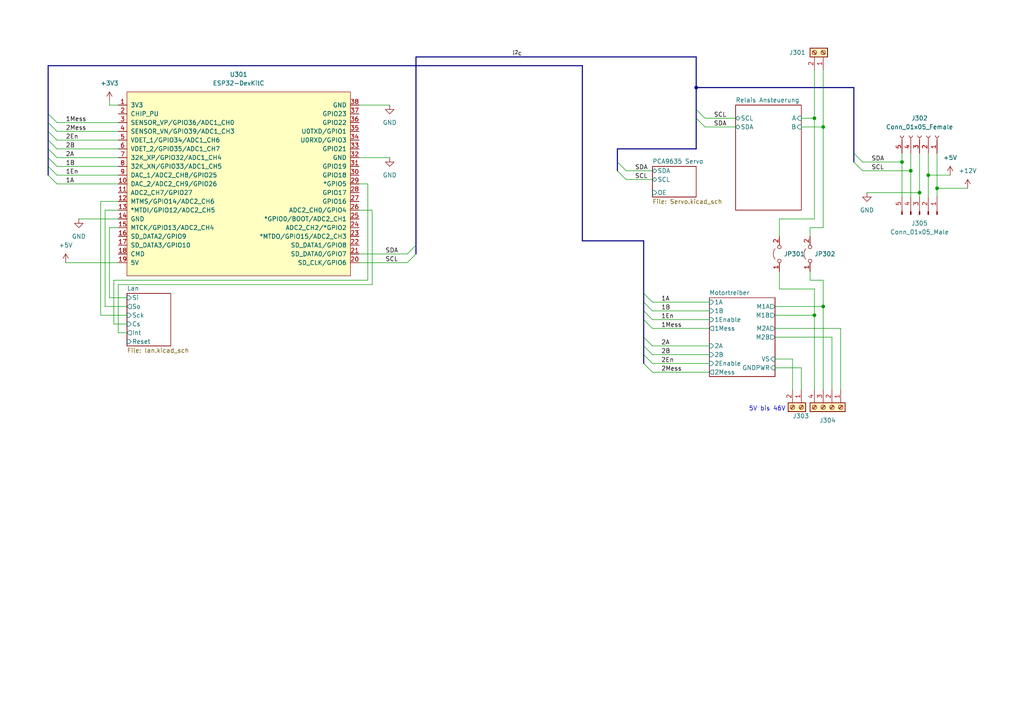
<source format=kicad_sch>
(kicad_sch (version 20211123) (generator eeschema)
  (paper "A4")
  (title_block (date "2022-03-14") (company "makerspace Bocholt"))
  (lib_symbols
    (symbol "Connector:Conn_01x05_Female" (pin_names (offset 1.016) hide)
      (property "Reference" "J" (at 0 7.62 0))
      (property "Value" "Conn_01x05_Female" (at 0 -7.62 0))
      (symbol "Conn_01x05_Female_1_1"
        (arc (start 0 -4.572) (mid -0.508 -5.08) (end 0 -5.588) (stroke (width 0.1524)))
        (arc (start 0 -2.032) (mid -0.508 -2.54) (end 0 -3.048) (stroke (width 0.1524)))
        (polyline (pts (xy -1.27 -5.08) (xy -0.508 -5.08)) (stroke (width 0.1524)))
        (polyline (pts (xy -1.27 -2.54) (xy -0.508 -2.54)) (stroke (width 0.1524)))
        (polyline (pts (xy -1.27 0) (xy -0.508 0)) (stroke (width 0.1524)))
        (polyline (pts (xy -1.27 2.54) (xy -0.508 2.54)) (stroke (width 0.1524)))
        (polyline (pts (xy -1.27 5.08) (xy -0.508 5.08)) (stroke (width 0.1524)))
        (arc (start 0 0.508) (mid -0.508 0) (end 0 -0.508) (stroke (width 0.1524)))
        (arc (start 0 3.048) (mid -0.508 2.54) (end 0 2.032) (stroke (width 0.1524)))
        (arc (start 0 5.588) (mid -0.508 5.08) (end 0 4.572) (stroke (width 0.1524)))
        (pin passive line (at -5.08 5.08 0) (length 3.81) (name "Pin_1") (number "1"))
        (pin passive line (at -5.08 2.54 0) (length 3.81) (name "Pin_2") (number "2"))
        (pin passive line (at -5.08 0 0) (length 3.81) (name "Pin_3") (number "3"))
        (pin passive line (at -5.08 -2.54 0) (length 3.81) (name "Pin_4") (number "4"))
        (pin passive line (at -5.08 -5.08 0) (length 3.81) (name "Pin_5") (number "5"))
      )
    )
    (symbol "Connector:Conn_01x05_Male" (pin_names (offset 1.016) hide)
      (property "Reference" "J" (at 0 7.62 0))
      (property "Value" "Conn_01x05_Male" (at 0 -7.62 0))
      (symbol "Conn_01x05_Male_1_1"
        (polyline (pts (xy 1.27 -5.08) (xy 0.8636 -5.08)) (stroke (width 0.1524)))
        (polyline (pts (xy 1.27 -2.54) (xy 0.8636 -2.54)) (stroke (width 0.1524)))
        (polyline (pts (xy 1.27 0) (xy 0.8636 0)) (stroke (width 0.1524)))
        (polyline (pts (xy 1.27 2.54) (xy 0.8636 2.54)) (stroke (width 0.1524)))
        (polyline (pts (xy 1.27 5.08) (xy 0.8636 5.08)) (stroke (width 0.1524)))
        (rectangle (start 0.8636 -4.953) (end 0 -5.207) (stroke (width 0.1524)) (fill (type outline)))
        (rectangle (start 0.8636 -2.413) (end 0 -2.667) (stroke (width 0.1524)) (fill (type outline)))
        (rectangle (start 0.8636 0.127) (end 0 -0.127) (stroke (width 0.1524)) (fill (type outline)))
        (rectangle (start 0.8636 2.667) (end 0 2.413) (stroke (width 0.1524)) (fill (type outline)))
        (rectangle (start 0.8636 5.207) (end 0 4.953) (stroke (width 0.1524)) (fill (type outline)))
        (pin passive line (at 5.08 5.08 180) (length 3.81) (name "Pin_1") (number "1"))
        (pin passive line (at 5.08 2.54 180) (length 3.81) (name "Pin_2") (number "2"))
        (pin passive line (at 5.08 0 180) (length 3.81) (name "Pin_3") (number "3"))
        (pin passive line (at 5.08 -2.54 180) (length 3.81) (name "Pin_4") (number "4"))
        (pin passive line (at 5.08 -5.08 180) (length 3.81) (name "Pin_5") (number "5"))
      )
    )
    (symbol "Connector:Screw_Terminal_01x02" (pin_names (offset 1.016) hide)
      (property "Reference" "J" (at 0 2.54 0))
      (property "Value" "Screw_Terminal_01x02" (at 0 -5.08 0))
      (symbol "Screw_Terminal_01x02_1_1"
        (rectangle (start -1.27 1.27) (end 1.27 -3.81) (stroke (width 0.254)) (fill (type background)))
        (circle (center 0 -2.54) (radius 0.635) (stroke (width 0.1524)))
        (polyline (pts (xy -0.5334 -2.2098) (xy 0.3302 -3.048)) (stroke (width 0.1524)))
        (polyline (pts (xy -0.5334 0.3302) (xy 0.3302 -0.508)) (stroke (width 0.1524)))
        (polyline (pts (xy -0.3556 -2.032) (xy 0.508 -2.8702)) (stroke (width 0.1524)))
        (polyline (pts (xy -0.3556 0.508) (xy 0.508 -0.3302)) (stroke (width 0.1524)))
        (circle (center 0 0) (radius 0.635) (stroke (width 0.1524)))
        (pin passive line (at -5.08 0 0) (length 3.81) (name "Pin_1") (number "1"))
        (pin passive line (at -5.08 -2.54 0) (length 3.81) (name "Pin_2") (number "2"))
      )
    )
    (symbol "Connector:Screw_Terminal_01x04" (pin_names (offset 1.016) hide)
      (property "Reference" "J" (at 0 5.08 0))
      (property "Value" "Screw_Terminal_01x04" (at 0 -7.62 0))
      (symbol "Screw_Terminal_01x04_1_1"
        (rectangle (start -1.27 3.81) (end 1.27 -6.35) (stroke (width 0.254)) (fill (type background)))
        (circle (center 0 -5.08) (radius 0.635) (stroke (width 0.1524)))
        (circle (center 0 -2.54) (radius 0.635) (stroke (width 0.1524)))
        (polyline (pts (xy -0.5334 -4.7498) (xy 0.3302 -5.588)) (stroke (width 0.1524)))
        (polyline (pts (xy -0.5334 -2.2098) (xy 0.3302 -3.048)) (stroke (width 0.1524)))
        (polyline (pts (xy -0.5334 0.3302) (xy 0.3302 -0.508)) (stroke (width 0.1524)))
        (polyline (pts (xy -0.5334 2.8702) (xy 0.3302 2.032)) (stroke (width 0.1524)))
        (polyline (pts (xy -0.3556 -4.572) (xy 0.508 -5.4102)) (stroke (width 0.1524)))
        (polyline (pts (xy -0.3556 -2.032) (xy 0.508 -2.8702)) (stroke (width 0.1524)))
        (polyline (pts (xy -0.3556 0.508) (xy 0.508 -0.3302)) (stroke (width 0.1524)))
        (polyline (pts (xy -0.3556 3.048) (xy 0.508 2.2098)) (stroke (width 0.1524)))
        (circle (center 0 0) (radius 0.635) (stroke (width 0.1524)))
        (circle (center 0 2.54) (radius 0.635) (stroke (width 0.1524)))
        (pin passive line (at -5.08 2.54 0) (length 3.81) (name "Pin_1") (number "1"))
        (pin passive line (at -5.08 0 0) (length 3.81) (name "Pin_2") (number "2"))
        (pin passive line (at -5.08 -2.54 0) (length 3.81) (name "Pin_3") (number "3"))
        (pin passive line (at -5.08 -5.08 0) (length 3.81) (name "Pin_4") (number "4"))
      )
    )
    (symbol "Espressif:ESP32-DevKitC" (pin_names (offset 1.016))
      (property "Reference" "U" (at -8.89 26.67 0))
      (property "Value" "ESP32-DevKitC" (at 0 -29.21 0))
      (symbol "ESP32-DevKitC_0_0"
        (pin power_in line (at -33.02 -11.43 0) (length 2.54) (name "GND") (number "14"))
        (pin power_in line (at -33.02 -24.13 0) (length 2.54) (name "5V") (number "19"))
      )
      (symbol "ESP32-DevKitC_0_1"
        (rectangle (start -30.48 25.4) (end 34.29 -27.94) (fill (type background)))
      )
      (symbol "ESP32-DevKitC_1_1"
        (pin power_in line (at -33.02 21.59 0) (length 2.54) (name "3V3") (number "1"))
        (pin bidirectional line (at -33.02 -1.27 0) (length 2.54) (name "DAC_2/ADC2_CH9/GPIO26") (number "10"))
        (pin bidirectional line (at -33.02 -3.81 0) (length 2.54) (name "ADC2_CH7/GPIO27") (number "11"))
        (pin bidirectional line (at -33.02 -6.35 0) (length 2.54) (name "MTMS/GPIO14/ADC2_CH6") (number "12"))
        (pin bidirectional line (at -33.02 -8.89 0) (length 2.54) (name "*MTDI/GPIO12/ADC2_CH5") (number "13"))
        (pin bidirectional line (at -33.02 -13.97 0) (length 2.54) (name "MTCK/GPIO13/ADC2_CH4") (number "15"))
        (pin bidirectional line (at -33.02 -16.51 0) (length 2.54) (name "SD_DATA2/GPIO9") (number "16"))
        (pin bidirectional line (at -33.02 -19.05 0) (length 2.54) (name "SD_DATA3/GPIO10") (number "17"))
        (pin bidirectional line (at -33.02 -21.59 0) (length 2.54) (name "CMD") (number "18"))
        (pin input line (at -33.02 19.05 0) (length 2.54) (name "CHIP_PU") (number "2"))
        (pin bidirectional line (at 36.83 -24.13 180) (length 2.54) (name "SD_CLK/GPIO6") (number "20"))
        (pin bidirectional line (at 36.83 -21.59 180) (length 2.54) (name "SD_DATA0/GPIO7") (number "21"))
        (pin bidirectional line (at 36.83 -19.05 180) (length 2.54) (name "SD_DATA1/GPIO8") (number "22"))
        (pin bidirectional line (at 36.83 -16.51 180) (length 2.54) (name "*MTDO/GPIO15/ADC2_CH3") (number "23"))
        (pin bidirectional line (at 36.83 -13.97 180) (length 2.54) (name "ADC2_CH2/*GPIO2") (number "24"))
        (pin bidirectional line (at 36.83 -11.43 180) (length 2.54) (name "*GPIO0/BOOT/ADC2_CH1") (number "25"))
        (pin bidirectional line (at 36.83 -8.89 180) (length 2.54) (name "ADC2_CH0/GPIO4") (number "26"))
        (pin bidirectional line (at 36.83 -6.35 180) (length 2.54) (name "GPIO16") (number "27"))
        (pin bidirectional line (at 36.83 -3.81 180) (length 2.54) (name "GPIO17") (number "28"))
        (pin bidirectional line (at 36.83 -1.27 180) (length 2.54) (name "*GPIO5") (number "29"))
        (pin input line (at -33.02 16.51 0) (length 2.54) (name "SENSOR_VP/GPIO36/ADC1_CH0") (number "3"))
        (pin bidirectional line (at 36.83 1.27 180) (length 2.54) (name "GPIO18") (number "30"))
        (pin bidirectional line (at 36.83 3.81 180) (length 2.54) (name "GPIO19") (number "31"))
        (pin power_in line (at 36.83 6.35 180) (length 2.54) (name "GND") (number "32"))
        (pin bidirectional line (at 36.83 8.89 180) (length 2.54) (name "GPIO21") (number "33"))
        (pin bidirectional line (at 36.83 11.43 180) (length 2.54) (name "U0RXD/GPIO3") (number "34"))
        (pin bidirectional line (at 36.83 13.97 180) (length 2.54) (name "U0TXD/GPIO1") (number "35"))
        (pin bidirectional line (at 36.83 16.51 180) (length 2.54) (name "GPIO22") (number "36"))
        (pin bidirectional line (at 36.83 19.05 180) (length 2.54) (name "GPIO23") (number "37"))
        (pin power_in line (at 36.83 21.59 180) (length 2.54) (name "GND") (number "38"))
        (pin input line (at -33.02 13.97 0) (length 2.54) (name "SENSOR_VN/GPIO39/ADC1_CH3") (number "4"))
        (pin input line (at -33.02 11.43 0) (length 2.54) (name "VDET_1/GPIO34/ADC1_CH6") (number "5"))
        (pin input line (at -33.02 8.89 0) (length 2.54) (name "VDET_2/GPIO35/ADC1_CH7") (number "6"))
        (pin bidirectional line (at -33.02 6.35 0) (length 2.54) (name "32K_XP/GPIO32/ADC1_CH4") (number "7"))
        (pin bidirectional line (at -33.02 3.81 0) (length 2.54) (name "32K_XN/GPIO33/ADC1_CH5") (number "8"))
        (pin bidirectional line (at -33.02 1.27 0) (length 2.54) (name "DAC_1/ADC2_CH8/GPIO25") (number "9"))
      )
    )
    (symbol "Jumper:Jumper_2_Open" (pin_names (offset 0) hide)
      (property "Reference" "JP" (at 0 2.794 0))
      (property "Value" "Jumper_2_Open" (at 0 -2.286 0))
      (symbol "Jumper_2_Open_0_0"
        (circle (center -2.032 0) (radius 0.508))
        (circle (center 2.032 0) (radius 0.508))
      )
      (symbol "Jumper_2_Open_0_1"
        (arc (start 1.524 1.27) (mid 0 1.778) (end -1.524 1.27))
      )
      (symbol "Jumper_2_Open_1_1"
        (pin passive line (at -5.08 0 0) (length 2.54) (name "A") (number "1"))
        (pin passive line (at 5.08 0 180) (length 2.54) (name "B") (number "2"))
      )
    )
    (symbol "power:+12V" (power) (pin_names (offset 0))
      (property "Value" "+12V" (at 0 3.556 0))
      (symbol "+12V_0_1"
        (polyline (pts (xy -0.762 1.27) (xy 0 2.54)))
        (polyline (pts (xy 0 0) (xy 0 2.54)))
        (polyline (pts (xy 0 2.54) (xy 0.762 1.27)))
      )
      (symbol "+12V_1_1"
        (pin power_in line (at 0 0 90) (length 0) hide (name "+12V") (number "1"))
      )
    )
    (symbol "power:+3.3V" (power) (pin_names (offset 0))
      (property "Value" "+3.3V" (at 0 3.556 0))
      (symbol "+3.3V_0_1"
        (polyline (pts (xy -0.762 1.27) (xy 0 2.54)))
        (polyline (pts (xy 0 0) (xy 0 2.54)))
        (polyline (pts (xy 0 2.54) (xy 0.762 1.27)))
      )
      (symbol "+3.3V_1_1"
        (pin power_in line (at 0 0 90) (length 0) hide (name "+3V3") (number "1"))
      )
    )
    (symbol "power:+5V" (power) (pin_names (offset 0))
      (property "Value" "+5V" (at 0 3.556 0))
      (symbol "+5V_0_1"
        (polyline (pts (xy -0.762 1.27) (xy 0 2.54)))
        (polyline (pts (xy 0 0) (xy 0 2.54)))
        (polyline (pts (xy 0 2.54) (xy 0.762 1.27)))
      )
      (symbol "+5V_1_1"
        (pin power_in line (at 0 0 90) (length 0) hide (name "+5V") (number "1"))
      )
    )
    (symbol "power:GND" (power) (pin_names (offset 0))
      (property "Value" "GND" (at 0 -3.81 0))
      (symbol "GND_0_1"
        (polyline (pts (xy 0 0) (xy 0 -1.27) (xy 1.27 -1.27) (xy 0 -2.54) (xy -1.27 -1.27) (xy 0 -1.27)))
      )
      (symbol "GND_1_1"
        (pin power_in line (at 0 0 270) (length 0) hide (name "GND") (number "1"))
      )
    )
  )
  (junction (at 238.76 88.9))
  (junction (at 264.16 49.53))
  (junction (at 238.76 36.83))
  (junction (at 271.78 54.61))
  (junction (at 236.22 91.44))
  (junction (at 266.7 55.88))
  (junction (at 201.93 25.4))
  (junction (at 261.62 46.99))
  (junction (at 236.22 34.29))
  (junction (at 269.24 50.8))
  (bus_entry (at 118.11 73.66) (size 2.54 -2.54))
  (bus_entry (at 118.11 76.2) (size 2.54 -2.54))
  (bus_entry (at 201.93 31.75) (size 2.54 2.54))
  (bus_entry (at 201.93 34.29) (size 2.54 2.54))
  (bus_entry (at 179.07 49.53) (size 2.54 2.54))
  (bus_entry (at 179.07 46.99) (size 2.54 2.54))
  (bus_entry (at 13.97 33.02) (size 2.54 2.54))
  (bus_entry (at 13.97 50.8) (size 2.54 2.54))
  (bus_entry (at 16.51 38.1) (size -2.54 -2.54))
  (bus_entry (at 16.51 40.64) (size -2.54 -2.54))
  (bus_entry (at 16.51 43.18) (size -2.54 -2.54))
  (bus_entry (at 16.51 45.72) (size -2.54 -2.54))
  (bus_entry (at 16.51 48.26) (size -2.54 -2.54))
  (bus_entry (at 16.51 50.8) (size -2.54 -2.54))
  (bus_entry (at 186.69 97.79) (size 2.54 2.54))
  (bus_entry (at 186.69 100.33) (size 2.54 2.54))
  (bus_entry (at 186.69 102.87) (size 2.54 2.54))
  (bus_entry (at 186.69 105.41) (size 2.54 2.54))
  (bus_entry (at 186.69 85.09) (size 2.54 2.54))
  (bus_entry (at 186.69 87.63) (size 2.54 2.54))
  (bus_entry (at 186.69 90.17) (size 2.54 2.54))
  (bus_entry (at 186.69 92.71) (size 2.54 2.54))
  (bus_entry (at 247.65 46.99) (size 2.54 2.54))
  (bus_entry (at 247.65 44.45) (size 2.54 2.54))
  (wire (pts (xy 236.22 20.32) (xy 236.22 34.29)))
  (wire (pts (xy 232.41 113.03) (xy 232.41 106.68)))
  (wire (pts (xy 34.29 82.55) (xy 34.29 96.52)))
  (bus (pts (xy 186.69 97.79) (xy 186.69 100.33)))
  (bus (pts (xy 168.91 69.85) (xy 168.91 19.05)))
  (wire (pts (xy 36.83 86.36) (xy 31.75 86.36)))
  (wire (pts (xy 36.83 91.44) (xy 29.21 91.44)))
  (wire (pts (xy 269.24 44.45) (xy 269.24 50.8)))
  (bus (pts (xy 13.97 35.56) (xy 13.97 38.1)))
  (bus (pts (xy 179.07 46.99) (xy 179.07 49.53)))
  (wire (pts (xy 224.79 97.79) (xy 241.3 97.79)))
  (bus (pts (xy 201.93 25.4) (xy 247.65 25.4)))
  (bus (pts (xy 13.97 43.18) (xy 13.97 45.72)))
  (wire (pts (xy 181.61 52.07) (xy 189.23 52.07)))
  (bus (pts (xy 186.69 102.87) (xy 186.69 105.41)))
  (wire (pts (xy 238.76 81.28) (xy 238.76 88.9)))
  (wire (pts (xy 31.75 66.04) (xy 34.29 66.04)))
  (wire (pts (xy 30.48 60.96) (xy 30.48 88.9)))
  (wire (pts (xy 238.76 88.9) (xy 238.76 113.03)))
  (wire (pts (xy 236.22 83.82) (xy 236.22 91.44)))
  (bus (pts (xy 179.07 43.18) (xy 179.07 46.99)))
  (wire (pts (xy 31.75 66.04) (xy 31.75 86.36)))
  (bus (pts (xy 13.97 33.02) (xy 13.97 35.56)))
  (wire (pts (xy 264.16 49.53) (xy 264.16 57.15)))
  (wire (pts (xy 189.23 92.71) (xy 205.74 92.71)))
  (wire (pts (xy 189.23 90.17) (xy 205.74 90.17)))
  (wire (pts (xy 104.14 45.72) (xy 113.03 45.72)))
  (wire (pts (xy 104.14 60.96) (xy 107.95 60.96)))
  (wire (pts (xy 16.51 53.34) (xy 34.29 53.34)))
  (bus (pts (xy 168.91 19.05) (xy 13.97 19.05)))
  (wire (pts (xy 224.79 88.9) (xy 238.76 88.9)))
  (wire (pts (xy 31.75 29.21) (xy 31.75 30.48)))
  (wire (pts (xy 261.62 46.99) (xy 261.62 57.15)))
  (wire (pts (xy 30.48 60.96) (xy 34.29 60.96)))
  (wire (pts (xy 236.22 91.44) (xy 236.22 113.03)))
  (wire (pts (xy 16.51 40.64) (xy 34.29 40.64)))
  (wire (pts (xy 226.06 78.74) (xy 226.06 83.82)))
  (wire (pts (xy 16.51 50.8) (xy 34.29 50.8)))
  (bus (pts (xy 186.69 100.33) (xy 186.69 102.87)))
  (wire (pts (xy 250.19 49.53) (xy 264.16 49.53)))
  (wire (pts (xy 189.23 102.87) (xy 205.74 102.87)))
  (wire (pts (xy 19.05 76.2) (xy 34.29 76.2)))
  (wire (pts (xy 229.87 113.03) (xy 229.87 104.14)))
  (bus (pts (xy 120.65 71.12) (xy 120.65 73.66)))
  (bus (pts (xy 247.65 25.4) (xy 247.65 44.45)))
  (wire (pts (xy 16.51 43.18) (xy 34.29 43.18)))
  (bus (pts (xy 13.97 40.64) (xy 13.97 43.18)))
  (wire (pts (xy 271.78 54.61) (xy 280.67 54.61)))
  (wire (pts (xy 251.46 55.88) (xy 266.7 55.88)))
  (wire (pts (xy 224.79 95.25) (xy 243.84 95.25)))
  (bus (pts (xy 186.69 69.85) (xy 168.91 69.85)))
  (wire (pts (xy 238.76 20.32) (xy 238.76 36.83)))
  (wire (pts (xy 33.02 93.98) (xy 36.83 93.98)))
  (wire (pts (xy 271.78 44.45) (xy 271.78 54.61)))
  (wire (pts (xy 104.14 53.34) (xy 106.68 53.34)))
  (wire (pts (xy 189.23 100.33) (xy 205.74 100.33)))
  (wire (pts (xy 266.7 55.88) (xy 266.7 57.15)))
  (wire (pts (xy 232.41 36.83) (xy 238.76 36.83)))
  (wire (pts (xy 33.02 81.28) (xy 33.02 93.98)))
  (bus (pts (xy 247.65 44.45) (xy 247.65 46.99)))
  (wire (pts (xy 31.75 30.48) (xy 34.29 30.48)))
  (wire (pts (xy 234.95 78.74) (xy 234.95 81.28)))
  (wire (pts (xy 189.23 107.95) (xy 205.74 107.95)))
  (wire (pts (xy 104.14 30.48) (xy 113.03 30.48)))
  (bus (pts (xy 201.93 34.29) (xy 201.93 43.18)))
  (wire (pts (xy 29.21 58.42) (xy 34.29 58.42)))
  (wire (pts (xy 234.95 66.04) (xy 234.95 68.58)))
  (bus (pts (xy 120.65 16.51) (xy 120.65 71.12)))
  (wire (pts (xy 269.24 50.8) (xy 269.24 57.15)))
  (wire (pts (xy 264.16 44.45) (xy 264.16 49.53)))
  (wire (pts (xy 238.76 36.83) (xy 238.76 66.04)))
  (wire (pts (xy 189.23 95.25) (xy 205.74 95.25)))
  (bus (pts (xy 186.69 87.63) (xy 186.69 90.17)))
  (wire (pts (xy 107.95 82.55) (xy 34.29 82.55)))
  (wire (pts (xy 269.24 50.8) (xy 275.59 50.8)))
  (wire (pts (xy 266.7 44.45) (xy 266.7 55.88)))
  (wire (pts (xy 271.78 54.61) (xy 271.78 57.15)))
  (wire (pts (xy 16.51 35.56) (xy 34.29 35.56)))
  (wire (pts (xy 261.62 44.45) (xy 261.62 46.99)))
  (bus (pts (xy 13.97 45.72) (xy 13.97 48.26)))
  (bus (pts (xy 201.93 43.18) (xy 179.07 43.18)))
  (wire (pts (xy 204.47 36.83) (xy 213.36 36.83)))
  (wire (pts (xy 250.19 46.99) (xy 261.62 46.99)))
  (wire (pts (xy 34.29 96.52) (xy 36.83 96.52)))
  (wire (pts (xy 16.51 48.26) (xy 34.29 48.26)))
  (bus (pts (xy 13.97 48.26) (xy 13.97 50.8)))
  (wire (pts (xy 104.14 76.2) (xy 118.11 76.2)))
  (wire (pts (xy 104.14 73.66) (xy 118.11 73.66)))
  (wire (pts (xy 229.87 104.14) (xy 224.79 104.14)))
  (bus (pts (xy 120.65 16.51) (xy 201.93 16.51)))
  (wire (pts (xy 181.61 49.53) (xy 189.23 49.53)))
  (bus (pts (xy 13.97 19.05) (xy 13.97 33.02)))
  (wire (pts (xy 226.06 83.82) (xy 236.22 83.82)))
  (wire (pts (xy 189.23 105.41) (xy 205.74 105.41)))
  (wire (pts (xy 29.21 91.44) (xy 29.21 58.42)))
  (wire (pts (xy 226.06 63.5) (xy 226.06 68.58)))
  (wire (pts (xy 232.41 106.68) (xy 224.79 106.68)))
  (wire (pts (xy 238.76 66.04) (xy 234.95 66.04)))
  (wire (pts (xy 234.95 81.28) (xy 238.76 81.28)))
  (wire (pts (xy 232.41 34.29) (xy 236.22 34.29)))
  (bus (pts (xy 186.69 85.09) (xy 186.69 87.63)))
  (wire (pts (xy 16.51 45.72) (xy 34.29 45.72)))
  (bus (pts (xy 201.93 25.4) (xy 201.93 31.75)))
  (bus (pts (xy 186.69 90.17) (xy 186.69 92.71)))
  (bus (pts (xy 201.93 16.51) (xy 201.93 25.4)))
  (wire (pts (xy 224.79 91.44) (xy 236.22 91.44)))
  (wire (pts (xy 36.83 88.9) (xy 30.48 88.9)))
  (wire (pts (xy 241.3 97.79) (xy 241.3 113.03)))
  (bus (pts (xy 186.69 92.71) (xy 186.69 97.79)))
  (wire (pts (xy 16.51 38.1) (xy 34.29 38.1)))
  (wire (pts (xy 22.86 63.5) (xy 34.29 63.5)))
  (wire (pts (xy 189.23 87.63) (xy 205.74 87.63)))
  (bus (pts (xy 186.69 69.85) (xy 186.69 85.09)))
  (wire (pts (xy 243.84 95.25) (xy 243.84 113.03)))
  (wire (pts (xy 107.95 60.96) (xy 107.95 82.55)))
  (wire (pts (xy 236.22 34.29) (xy 236.22 63.5)))
  (wire (pts (xy 106.68 53.34) (xy 106.68 81.28)))
  (wire (pts (xy 106.68 81.28) (xy 33.02 81.28)))
  (wire (pts (xy 204.47 34.29) (xy 213.36 34.29)))
  (bus (pts (xy 13.97 38.1) (xy 13.97 40.64)))
  (wire (pts (xy 236.22 63.5) (xy 226.06 63.5)))
  (bus (pts (xy 201.93 34.29) (xy 201.93 31.75)))
  (text "5V bis 46V" (at 217.17 119.38 0) (effects (font (size 1.27 1.27)) (justify left bottom)))
  (label "2A" (at 19.05 45.72 0))
  (label "1A" (at 19.05 53.34 0))
  (label "SDA" (at 111.76 73.66 0))
  (label "SDA" (at 207.01 36.83 0))
  (label "2Mess" (at 19.05 38.1 0))
  (label "SCL" (at 184.15 52.07 0))
  (label "1B" (at 19.05 48.26 0))
  (label "SDA" (at 184.15 49.53 0))
  (label "2A" (at 191.77 100.33 0))
  (label "1En" (at 19.05 50.8 0))
  (label "2Mess" (at 191.77 107.95 0))
  (label "2B" (at 191.77 102.87 0))
  (label "1Mess" (at 19.05 35.56 0))
  (label "i^{2}c" (at 148.59 16.51 0))
  (label "2B" (at 19.05 43.18 0))
  (label "2En" (at 19.05 40.64 0))
  (label "2En" (at 191.77 105.41 0))
  (label "1Mess" (at 191.77 95.25 0))
  (label "1En" (at 191.77 92.71 0))
  (label "SCL" (at 111.76 76.2 0))
  (label "SDA" (at 252.73 46.99 0))
  (label "1A" (at 191.77 87.63 0))
  (label "SCL" (at 252.73 49.53 0))
  (label "1B" (at 191.77 90.17 0))
  (label "SCL" (at 207.01 34.29 0))
  (symbol (lib_id "power:GND") (at 113.03 30.48 0) (unit 1)
    (property "Reference" "#PWR0107" (effects hide))
    (property "Value" "GND" (at 113.03 35.56 0))
  )
  (symbol (lib_id "Connector:Screw_Terminal_01x04") (at 241.3 118.11 270) (unit 1)
    (property "Reference" "J304" (at 240.03 121.92 90))
    (property "Value" "Screw_Terminal_01x04" (effects hide))
    (property "Footprint" "TerminalBlock_Phoenix:TerminalBlock_Phoenix_MKDS-1,5-4-5.08_1x04_P5.08mm_Horizontal" (effects hide))
  )
  (symbol (lib_id "power:GND") (at 251.46 55.88 0) (unit 1)
    (property "Reference" "#PWR0302" (effects hide))
    (property "Value" "GND" (at 251.46 60.96 0))
  )
  (symbol (lib_id "Connector:Screw_Terminal_01x02") (at 232.41 118.11 270) (unit 1)
    (property "Reference" "J303" (at 229.87 120.65 90) (effects (justify left)))
    (property "Value" "Screw_Terminal_01x02" (effects hide))
    (property "Footprint" "TerminalBlock_Phoenix:TerminalBlock_Phoenix_MKDS-1,5-2-5.08_1x02_P5.08mm_Horizontal" (effects hide))
  )
  (symbol (lib_id "Espressif:ESP32-DevKitC") (at 67.31 52.07 0) (unit 1)
    (property "Reference" "U301" (at 69.215 21.59 0))
    (property "Value" "ESP32-DevKitC" (at 69.215 24.13 0))
    (property "Footprint" "Espressif:ESP32-DevKitC" (effects hide))
    (property "Datasheet" "https://docs.espressif.com/projects/esp-idf/zh_CN/latest/esp32/hw-reference/esp32/get-started-devkitc.html" (effects hide))
  )
  (symbol (lib_id "Jumper:Jumper_2_Open") (at 234.95 73.66 90) (unit 1)
    (property "Reference" "JP302" (at 236.22 73.6599 90) (effects (justify right)))
    (property "Value" "Jumper_2_Open" (effects hide))
    (property "Footprint" "Resistor_THT:R_Axial_DIN0207_L6.3mm_D2.5mm_P10.16mm_Horizontal" (effects hide))
  )
  (symbol (lib_id "Jumper:Jumper_2_Open") (at 226.06 73.66 90) (unit 1)
    (property "Reference" "JP301" (at 227.33 73.6599 90) (effects (justify right)))
    (property "Value" "Jumper_2_Open" (effects hide))
    (property "Footprint" "Resistor_THT:R_Axial_DIN0207_L6.3mm_D2.5mm_P10.16mm_Horizontal" (effects hide))
  )
  (symbol (lib_id "power:+12V") (at 280.67 54.61 0) (unit 1)
    (property "Reference" "#PWR0304" (effects hide))
    (property "Value" "+12V" (at 280.67 49.53 0))
  )
  (symbol (lib_id "power:GND") (at 113.03 45.72 0) (unit 1)
    (property "Reference" "#PWR0106" (effects hide))
    (property "Value" "GND" (at 113.03 50.8 0))
  )
  (symbol (lib_id "power:+5V") (at 19.05 76.2 0) (unit 1)
    (property "Reference" "#PWR0103" (effects hide))
    (property "Value" "+5V" (at 19.05 71.12 0))
  )
  (symbol (lib_id "Connector:Screw_Terminal_01x02") (at 238.76 15.24 270) (mirror x) (unit 1)
    (property "Reference" "J301" (at 233.68 15.2399 90) (effects (justify right)))
    (property "Value" "Screw_Terminal_01x02" (effects hide))
    (property "Footprint" "TerminalBlock_Phoenix:TerminalBlock_Phoenix_MKDS-1,5-2-5.08_1x02_P5.08mm_Horizontal" (effects hide))
  )
  (symbol (lib_id "Connector:Conn_01x05_Male") (at 266.7 62.23 270) (mirror x) (unit 1)
    (property "Reference" "J305" (at 266.7 64.77 90))
    (property "Value" "Conn_01x05_Male" (at 266.7 67.31 90))
    (property "Footprint" "Connector_PinHeader_2.54mm:PinHeader_1x05_P2.54mm_Horizontal" (effects hide))
  )
  (symbol (lib_id "power:GND") (at 22.86 63.5 0) (unit 1)
    (property "Reference" "#PWR0105" (effects hide))
    (property "Value" "GND" (at 22.86 68.58 0))
  )
  (symbol (lib_id "power:+5V") (at 275.59 50.8 0) (unit 1)
    (property "Reference" "#PWR0303" (effects hide))
    (property "Value" "+5V" (at 275.59 45.72 0))
  )
  (symbol (lib_id "Connector:Conn_01x05_Female") (at 266.7 39.37 270) (mirror x) (unit 1)
    (property "Reference" "J302" (at 266.7 34.29 90))
    (property "Value" "Conn_01x05_Female" (at 266.7 36.83 90))
    (property "Footprint" "Connector_PinSocket_2.54mm:PinSocket_1x05_P2.54mm_Horizontal" (effects hide))
  )
  (symbol (lib_id "power:+3.3V") (at 31.75 29.21 0) (unit 1)
    (property "Reference" "#PWR0301" (effects hide))
    (property "Value" "+3.3V" (at 31.75 24.13 0))
  )
  (sheet (at 205.74 86.36) (size 19.05 22.86) (stroke (width 0.1524))
    (property "Sheet name" "Motortreiber" (at 205.74 85.6484 0) (effects (justify left bottom)))
    (property "Sheet file" "motortreiber.kicad_sch" (effects hide))
    (pin "M1B" output (at 224.79 91.44 0))
    (pin "M1A" output (at 224.79 88.9 0))
    (pin "M2B" output (at 224.79 97.79 0))
    (pin "M2A" output (at 224.79 95.25 0))
    (pin "1Enable" input (at 205.74 92.71 180))
    (pin "1B" input (at 205.74 90.17 180))
    (pin "1A" input (at 205.74 87.63 180))
    (pin "2Enable" input (at 205.74 105.41 180))
    (pin "2A" input (at 205.74 100.33 180))
    (pin "2B" input (at 205.74 102.87 180))
    (pin "2Mess" output (at 205.74 107.95 180))
    (pin "1Mess" output (at 205.74 95.25 180))
    (pin "VS" input (at 224.79 104.14 0))
    (pin "GNDPWR" input (at 224.79 106.68 0))
  )
  (sheet (at 189.23 48.26) (size 12.7 8.89) (stroke (width 0.1524))
    (property "Sheet name" "PCA9635 Servo" (at 189.23 47.5484 0) (effects (justify left bottom)))
    (property "Sheet file" "Servo.kicad_sch" (at 189.23 57.7346 0) (effects (justify left top)))
    (pin "OE" input (at 189.23 55.88 180))
    (pin "SDA" bidirectional (at 189.23 49.53 180))
    (pin "SCL" bidirectional (at 189.23 52.07 180))
  )
  (sheet (at 36.83 85.09) (size 12.7 15.24) (stroke (width 0.1524))
    (property "Sheet name" "Lan" (at 36.83 84.3784 0) (effects (justify left bottom)))
    (property "Sheet file" "lan.kicad_sch" (at 36.83 100.9146 0) (effects (justify left top)))
    (pin "Si" input (at 36.83 86.36 180))
    (pin "So" output (at 36.83 88.9 180))
    (pin "Sck" input (at 36.83 91.44 180))
    (pin "Cs" input (at 36.83 93.98 180))
    (pin "Int" output (at 36.83 96.52 180))
    (pin "Reset" input (at 36.83 99.06 180))
  )
  (sheet (at 213.36 30.48) (size 19.05 30.48) (stroke (width 0.1524))
    (property "Sheet name" "Relais Ansteuerung" (at 213.36 29.7684 0) (effects (justify left bottom)))
    (property "Sheet file" "RelaisAnsteuerung.kicad_sch" (effects hide))
    (pin "SDA" bidirectional (at 213.36 36.83 180))
    (pin "A" input (at 232.41 34.29 0))
    (pin "B" input (at 232.41 36.83 0))
    (pin "SCL" bidirectional (at 213.36 34.29 180))
  )
)
</source>
